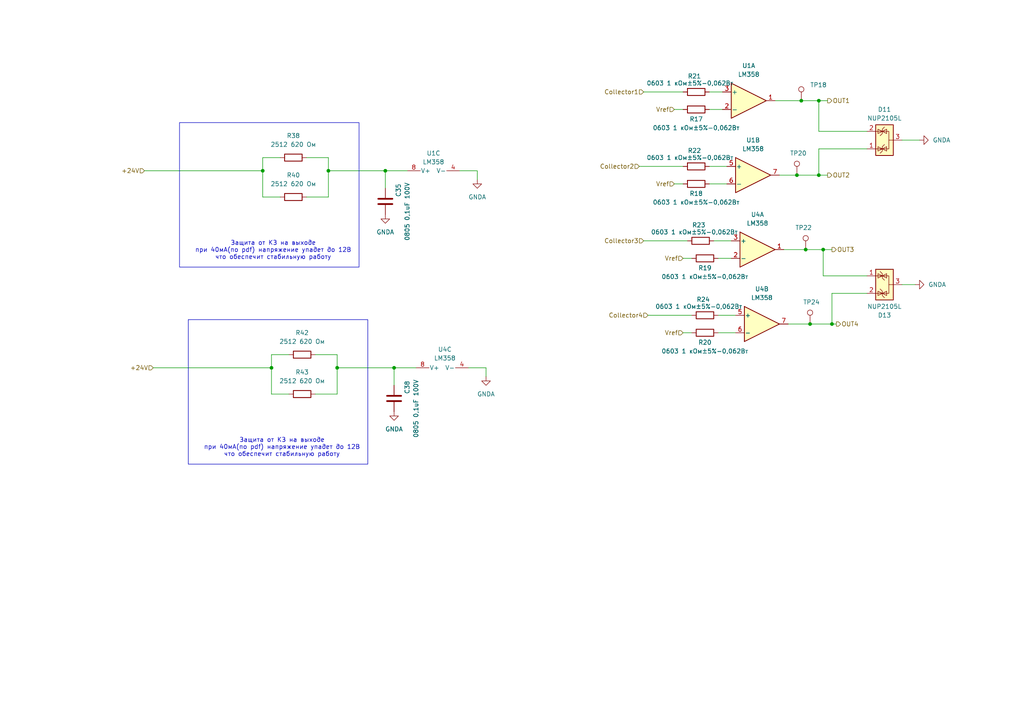
<source format=kicad_sch>
(kicad_sch (version 20231120) (generator "eeschema") (generator_version "8.0")
  (paper "A4")
  (lib_symbols
    (symbol "Amplifier_Operational:LM358" (pin_names (offset 0.127))
      (property "Reference" "U" (at 0 5.08 0))
      (property "Value" "LM358" (at 0 -5.08 0))
      (symbol "LM358_1_1"
        (polyline (pts (xy -5.08 5.08) (xy 5.08 0) (xy -5.08 -5.08) (xy -5.08 5.08)) (stroke (width 0.254)) (fill (type background)))
        (pin output line (at 7.62 0 180) (length 2.54) (name "~") (number "1"))
        (pin input line (at -7.62 -2.54 0) (length 2.54) (name "-") (number "2"))
        (pin input line (at -7.62 2.54 0) (length 2.54) (name "+") (number "3"))
      )
      (symbol "LM358_2_1"
        (polyline (pts (xy -5.08 5.08) (xy 5.08 0) (xy -5.08 -5.08) (xy -5.08 5.08)) (stroke (width 0.254)) (fill (type background)))
        (pin input line (at -7.62 2.54 0) (length 2.54) (name "+") (number "5"))
        (pin input line (at -7.62 -2.54 0) (length 2.54) (name "-") (number "6"))
        (pin output line (at 7.62 0 180) (length 2.54) (name "~") (number "7"))
      )
      (symbol "LM358_3_1"
        (pin power_in line (at -2.54 -7.62 90) (length 3.81) (name "V-") (number "4"))
        (pin power_in line (at -2.54 7.62 270) (length 3.81) (name "V+") (number "8"))
      )
    )
    (symbol "Connector:TestPoint" (pin_numbers hide) (pin_names (offset 0.762) hide)
      (property "Reference" "TP" (at 0 6.858 0))
      (property "Value" "TestPoint" (at 0 5.08 0))
      (symbol "TestPoint_0_1"
        (circle (center 0 3.302) (radius 0.762))
      )
      (symbol "TestPoint_1_1"
        (pin passive line (at 0 0 90) (length 2.54) (name "1") (number "1"))
      )
    )
    (symbol "Device:C" (pin_numbers hide) (pin_names (offset 0.254))
      (property "Reference" "C" (at 0.635 2.54 0))
      (property "Value" "C" (at 0.635 -2.54 0))
      (symbol "C_0_1"
        (polyline (pts (xy -2.032 -0.762) (xy 2.032 -0.762)) (stroke (width 0.508)))
        (polyline (pts (xy -2.032 0.762) (xy 2.032 0.762)) (stroke (width 0.508)))
      )
      (symbol "C_1_1"
        (pin passive line (at 0 3.81 270) (length 2.794) (name "~") (number "1"))
        (pin passive line (at 0 -3.81 90) (length 2.794) (name "~") (number "2"))
      )
    )
    (symbol "Device:R" (pin_numbers hide) (pin_names (offset 0))
      (property "Reference" "R" (at 2.032 0 90))
      (property "Value" "R" (at 0 0 90))
      (symbol "R_0_1"
        (rectangle (start -1.016 -2.54) (end 1.016 2.54) (stroke (width 0.254)))
      )
      (symbol "R_1_1"
        (pin passive line (at 0 3.81 270) (length 1.27) (name "~") (number "1"))
        (pin passive line (at 0 -3.81 90) (length 1.27) (name "~") (number "2"))
      )
    )
    (symbol "PCM_4ms_Power-symbol:GNDA" (power) (pin_numbers hide) (pin_names (offset 0) hide)
      (property "Value" "GNDA" (at 0 -3.81 0))
      (symbol "GNDA_0_1"
        (polyline (pts (xy 0 0) (xy 0 -1.27) (xy 1.27 -1.27) (xy 0 -2.54) (xy -1.27 -1.27) (xy 0 -1.27)))
      )
      (symbol "GNDA_1_1"
        (pin power_in line (at 0 0 270) (length 0) hide (name "GNDA") (number "1"))
      )
    )
    (symbol "Power_Protection:NUP2105L" (pin_names hide)
      (property "Reference" "D" (at 5.715 2.54 0))
      (property "Value" "NUP2105L" (at 5.715 0.635 0))
      (symbol "NUP2105L_0_0"
        (pin passive line (at 0 -5.08 90) (length 2.54) (name "A") (number "3"))
      )
      (symbol "NUP2105L_0_1"
        (rectangle (start -4.445 2.54) (end 4.445 -2.54) (stroke (width 0.254)) (fill (type background)))
        (polyline (pts (xy -2.54 2.54) (xy -2.54 0.635)))
        (polyline (pts (xy 0 -1.27) (xy 0 -2.54)))
        (polyline (pts (xy 2.54 2.54) (xy 2.54 0.635)))
        (polyline (pts (xy -3.81 1.27) (xy -3.175 0.635) (xy -1.905 0.635) (xy -1.27 0)))
        (polyline (pts (xy -2.54 0.635) (xy -2.54 -1.27) (xy 2.54 -1.27) (xy 2.54 0.635)))
        (polyline (pts (xy -2.54 0.635) (xy -1.905 -0.635) (xy -3.175 -0.635) (xy -2.54 0.635)))
        (polyline (pts (xy 2.54 0.635) (xy 1.905 -0.635) (xy 3.175 -0.635) (xy 2.54 0.635)))
        (polyline (pts (xy 2.54 0.635) (xy 3.175 1.905) (xy 1.905 1.905) (xy 2.54 0.635)))
        (polyline (pts (xy -2.54 0.635) (xy -3.175 1.905) (xy -1.905 1.905) (xy -2.54 0.635) (xy -2.54 1.27)))
        (polyline (pts (xy 1.27 1.27) (xy 1.905 0.635) (xy 2.54 0.635) (xy 3.175 0.635) (xy 3.81 0)))
      )
      (symbol "NUP2105L_1_1"
        (pin passive line (at -2.54 5.08 270) (length 2.54) (name "K") (number "1"))
        (pin passive line (at 2.54 5.08 270) (length 2.54) (name "K") (number "2"))
      )
    )
  )
  (junction (at 114.3 106.68))
  (junction (at 95.25 49.53))
  (junction (at 238.76 72.39))
  (junction (at 237.49 50.8))
  (junction (at 233.68 72.39))
  (junction (at 241.3 93.98))
  (junction (at 231.14 50.8))
  (junction (at 97.79 106.68))
  (junction (at 111.76 49.53))
  (junction (at 78.74 106.68))
  (junction (at 232.41 29.21))
  (junction (at 237.49 29.21))
  (junction (at 234.95 93.98))
  (junction (at 76.2 49.53))
  (wire (pts (xy 97.79 102.87) (xy 97.79 106.68)))
  (wire (pts (xy 186.69 26.67) (xy 198.12 26.67)))
  (wire (pts (xy 234.95 93.98) (xy 228.6 93.98)))
  (wire (pts (xy 78.74 106.68) (xy 78.74 114.3)))
  (wire (pts (xy 227.33 72.39) (xy 233.68 72.39)))
  (wire (pts (xy 238.76 80.01) (xy 238.76 72.39)))
  (wire (pts (xy 133.35 49.53) (xy 138.43 49.53)))
  (wire (pts (xy 83.82 102.87) (xy 78.74 102.87)))
  (wire (pts (xy 195.58 53.34) (xy 198.12 53.34)))
  (wire (pts (xy 232.41 29.21) (xy 237.49 29.21)))
  (wire (pts (xy 251.46 38.1) (xy 237.49 38.1)))
  (wire (pts (xy 231.14 50.8) (xy 237.49 50.8)))
  (wire (pts (xy 114.3 106.68) (xy 120.65 106.68)))
  (wire (pts (xy 237.49 50.8) (xy 240.03 50.8)))
  (wire (pts (xy 140.97 106.68) (xy 140.97 109.22)))
  (wire (pts (xy 208.28 96.52) (xy 213.36 96.52)))
  (wire (pts (xy 41.91 49.53) (xy 76.2 49.53)))
  (wire (pts (xy 88.9 45.72) (xy 95.25 45.72)))
  (wire (pts (xy 97.79 106.68) (xy 114.3 106.68)))
  (wire (pts (xy 205.74 48.26) (xy 210.82 48.26)))
  (wire (pts (xy 114.3 106.68) (xy 114.3 111.76)))
  (wire (pts (xy 233.68 72.39) (xy 238.76 72.39)))
  (wire (pts (xy 205.74 26.67) (xy 209.55 26.67)))
  (wire (pts (xy 76.2 49.53) (xy 76.2 57.15)))
  (wire (pts (xy 187.96 91.44) (xy 200.66 91.44)))
  (wire (pts (xy 76.2 45.72) (xy 76.2 49.53)))
  (wire (pts (xy 97.79 106.68) (xy 97.79 114.3)))
  (wire (pts (xy 111.76 49.53) (xy 118.11 49.53)))
  (wire (pts (xy 186.69 69.85) (xy 199.39 69.85)))
  (wire (pts (xy 251.46 43.18) (xy 237.49 43.18)))
  (wire (pts (xy 76.2 57.15) (xy 81.28 57.15)))
  (wire (pts (xy 91.44 114.3) (xy 97.79 114.3)))
  (wire (pts (xy 208.28 91.44) (xy 213.36 91.44)))
  (wire (pts (xy 241.3 93.98) (xy 242.57 93.98)))
  (wire (pts (xy 95.25 49.53) (xy 95.25 57.15)))
  (wire (pts (xy 237.49 43.18) (xy 237.49 50.8)))
  (wire (pts (xy 195.58 31.75) (xy 198.12 31.75)))
  (wire (pts (xy 237.49 38.1) (xy 237.49 29.21)))
  (wire (pts (xy 238.76 72.39) (xy 241.3 72.39)))
  (wire (pts (xy 185.42 48.26) (xy 198.12 48.26)))
  (wire (pts (xy 234.95 93.98) (xy 241.3 93.98)))
  (wire (pts (xy 111.76 49.53) (xy 111.76 54.61)))
  (wire (pts (xy 78.74 102.87) (xy 78.74 106.68)))
  (wire (pts (xy 205.74 31.75) (xy 209.55 31.75)))
  (wire (pts (xy 237.49 29.21) (xy 240.03 29.21)))
  (wire (pts (xy 266.7 40.64) (xy 261.62 40.64)))
  (wire (pts (xy 44.45 106.68) (xy 78.74 106.68)))
  (wire (pts (xy 241.3 85.09) (xy 241.3 93.98)))
  (wire (pts (xy 198.12 74.93) (xy 200.66 74.93)))
  (wire (pts (xy 198.12 96.52) (xy 200.66 96.52)))
  (wire (pts (xy 95.25 49.53) (xy 111.76 49.53)))
  (wire (pts (xy 205.74 53.34) (xy 210.82 53.34)))
  (wire (pts (xy 91.44 102.87) (xy 97.79 102.87)))
  (wire (pts (xy 138.43 49.53) (xy 138.43 52.07)))
  (wire (pts (xy 251.46 80.01) (xy 238.76 80.01)))
  (wire (pts (xy 251.46 85.09) (xy 241.3 85.09)))
  (wire (pts (xy 88.9 57.15) (xy 95.25 57.15)))
  (wire (pts (xy 261.62 82.55) (xy 265.43 82.55)))
  (wire (pts (xy 81.28 45.72) (xy 76.2 45.72)))
  (wire (pts (xy 207.01 69.85) (xy 212.09 69.85)))
  (wire (pts (xy 208.28 74.93) (xy 212.09 74.93)))
  (wire (pts (xy 135.89 106.68) (xy 140.97 106.68)))
  (wire (pts (xy 78.74 114.3) (xy 83.82 114.3)))
  (wire (pts (xy 226.06 50.8) (xy 231.14 50.8)))
  (wire (pts (xy 224.79 29.21) (xy 232.41 29.21)))
  (wire (pts (xy 95.25 45.72) (xy 95.25 49.53)))
  (rectangle (start 52.07 35.56) (end 104.14 77.47))
  (rectangle (start 54.61 92.71) (end 106.68 134.62))
  (text "Защита от КЗ на выходе\nпри 40мА(по pdf) напряжение упадет до 12В\nчто обеспечит стабильную работу" (at 81.788 129.794 0) (effects (font (size 1.27 1.27))))
  (text "Защита от КЗ на выходе\nпри 40мА(по pdf) напряжение упадет до 12В\nчто обеспечит стабильную работу" (at 79.248 72.644 0) (effects (font (size 1.27 1.27))))
  (hierarchical_label "Collector2" (shape input) (at 185.42 48.26 180))
  (hierarchical_label "+24V" (shape input) (at 41.91 49.53 180))
  (hierarchical_label "Collector4" (shape input) (at 187.96 91.44 180))
  (hierarchical_label "Vref" (shape input) (at 198.12 96.52 180))
  (hierarchical_label "Vref" (shape input) (at 195.58 31.75 180))
  (hierarchical_label "Vref" (shape input) (at 198.12 74.93 180))
  (hierarchical_label "+24V" (shape input) (at 44.45 106.68 180))
  (hierarchical_label "Vref" (shape input) (at 195.58 53.34 180))
  (hierarchical_label "OUT2" (shape output) (at 240.03 50.8 0))
  (hierarchical_label "Collector1" (shape input) (at 186.69 26.67 180))
  (hierarchical_label "OUT1" (shape output) (at 240.03 29.21 0))
  (hierarchical_label "OUT3" (shape output) (at 241.3 72.39 0))
  (hierarchical_label "Collector3" (shape input) (at 186.69 69.85 180))
  (hierarchical_label "OUT4" (shape output) (at 242.57 93.98 0))
  (symbol (lib_id "PCM_4ms_Power-symbol:GNDA") (at 266.7 40.64 90) (unit 1)
    (property "Reference" "#PWR046" (effects (hide yes)))
    (property "Value" "GNDA" (at 270.51 40.6399 90) (effects (justify right)))
    (instances (project "led_and_photodiode_board" (path "" (reference "#PWR046") (unit 1)) (path "" (reference "#PWR047") (unit 1))))
  )
  (symbol (lib_id "Amplifier_Operational:LM358") (at 220.98 93.98 0) (unit 2)
    (property "Reference" "U4" (at 220.98 83.82 0))
    (property "Value" "LM358" (at 220.98 86.36 0))
    (property "Footprint" "Package_SO:SOIC-8_3.9x4.9mm_P1.27mm" (effects (hide yes)))
    (property "Datasheet" "http://www.ti.com/lit/ds/symlink/lm2904-n.pdf" (effects (hide yes)))
    (property "Description" "Low-Power, Dual Operational Amplifiers, DIP-8/SOIC-8/TO-99-8" (effects (hide yes)))
    (instances (project "" (path "" (reference "U4") (unit 2)) (path "" (reference "U5") (unit 2))))
  )
  (symbol (lib_id "Device:R") (at 201.93 26.67 90) (unit 1)
    (property "Reference" "R21" (at 201.422 22.098 90))
    (property "Value" "0603 1 кОм±5%-0,062Вт" (at 200.152 24.13 90))
    (property "Footprint" "Resistor_SMD:R_0603_1608Metric" (effects (hide yes)))
    (property "Description" "Resistor" (effects (hide yes)))
    (instances (project "led_and_photodiode_board" (path "" (reference "R21") (unit 1)) (path "" (reference "R25") (unit 1))))
  )
  (symbol (lib_id "Device:C") (at 114.3 115.57 0) (unit 1)
    (property "Reference" "C38" (at 118.11 114.3 90) (effects (justify left)))
    (property "Value" "0805 0,1uF 100V" (at 120.65 127 90) (effects (justify left)))
    (property "Footprint" "Capacitor_SMD:C_0805_2012Metric" (effects (hide yes)))
    (instances (project "led_and_photodiode_board" (path "" (reference "C38") (unit 1)) (path "" (reference "C39") (unit 1))))
  )
  (symbol (lib_id "Device:R") (at 87.63 102.87 90) (unit 1)
    (property "Reference" "R42" (at 87.63 96.52 90))
    (property "Value" "2512 620 Ом" (at 87.63 99.06 90))
    (property "Footprint" "Resistor_SMD:R_2512_6332Metric" (effects (hide yes)))
    (property "Description" "Resistor" (effects (hide yes)))
    (instances (project "led_and_photodiode_board" (path "" (reference "R42") (unit 1)) (path "" (reference "R44") (unit 1))))
  )
  (symbol (lib_id "Device:R") (at 204.47 91.44 90) (unit 1)
    (property "Reference" "R24" (at 203.962 86.868 90))
    (property "Value" "0603 1 кОм±5%-0,062Вт" (at 202.692 88.9 90))
    (property "Footprint" "Resistor_SMD:R_0603_1608Metric" (effects (hide yes)))
    (property "Description" "Resistor" (effects (hide yes)))
    (instances (project "led_and_photodiode_board" (path "" (reference "R24") (unit 1)) (path "" (reference "R31") (unit 1))))
  )
  (symbol (lib_id "PCM_4ms_Power-symbol:GNDA") (at 265.43 82.55 90) (unit 1)
    (property "Reference" "#PWR044" (effects (hide yes)))
    (property "Value" "GNDA" (at 269.24 82.5499 90) (effects (justify right)))
    (instances (project "led_and_photodiode_board" (path "" (reference "#PWR044") (unit 1)) (path "" (reference "#PWR045") (unit 1))))
  )
  (symbol (lib_id "Device:R") (at 87.63 114.3 90) (unit 1)
    (property "Reference" "R43" (at 87.63 107.95 90))
    (property "Value" "2512 620 Ом" (at 87.63 110.49 90))
    (property "Footprint" "Resistor_SMD:R_2512_6332Metric" (effects (hide yes)))
    (property "Description" "Resistor" (effects (hide yes)))
    (instances (project "led_and_photodiode_board" (path "" (reference "R43") (unit 1)) (path "" (reference "R45") (unit 1))))
  )
  (symbol (lib_id "Device:R") (at 85.09 45.72 90) (unit 1)
    (property "Reference" "R38" (at 85.09 39.37 90))
    (property "Value" "2512 620 Ом" (at 85.09 41.91 90))
    (property "Footprint" "Resistor_SMD:R_2512_6332Metric" (effects (hide yes)))
    (property "Description" "Resistor" (effects (hide yes)))
    (instances (project "" (path "" (reference "R38") (unit 1)) (path "" (reference "R39") (unit 1))))
  )
  (symbol (lib_id "Device:R") (at 201.93 31.75 90) (unit 1)
    (property "Reference" "R17" (at 201.93 34.544 90))
    (property "Value" "0603 1 кОм±5%-0,062Вт" (at 201.93 37.084 90))
    (property "Footprint" "Resistor_SMD:R_0603_1608Metric" (effects (hide yes)))
    (property "Description" "Resistor" (effects (hide yes)))
    (instances (project "led_and_photodiode_board" (path "" (reference "R17") (unit 1)) (path "" (reference "R26") (unit 1))))
  )
  (symbol (lib_id "Device:R") (at 85.09 57.15 90) (unit 1)
    (property "Reference" "R40" (at 85.09 50.8 90))
    (property "Value" "2512 620 Ом" (at 85.09 53.34 90))
    (property "Footprint" "Resistor_SMD:R_2512_6332Metric" (effects (hide yes)))
    (property "Description" "Resistor" (effects (hide yes)))
    (instances (project "led_and_photodiode_board" (path "" (reference "R40") (unit 1)) (path "" (reference "R41") (unit 1))))
  )
  (symbol (lib_id "Amplifier_Operational:LM358") (at 217.17 29.21 0) (unit 1)
    (property "Reference" "U1" (at 217.17 19.05 0))
    (property "Value" "LM358" (at 217.17 21.59 0))
    (property "Footprint" "Package_SO:SOIC-8_3.9x4.9mm_P1.27mm" (effects (hide yes)))
    (property "Datasheet" "http://www.ti.com/lit/ds/symlink/lm2904-n.pdf" (effects (hide yes)))
    (property "Description" "Low-Power, Dual Operational Amplifiers, DIP-8/SOIC-8/TO-99-8" (effects (hide yes)))
    (instances (project "" (path "" (reference "U1") (unit 1)) (path "" (reference "U2") (unit 1))))
  )
  (symbol (lib_id "Device:R") (at 204.47 96.52 90) (unit 1)
    (property "Reference" "R20" (at 204.47 99.314 90))
    (property "Value" "0603 1 кОм±5%-0,062Вт" (at 204.47 101.854 90))
    (property "Footprint" "Resistor_SMD:R_0603_1608Metric" (effects (hide yes)))
    (property "Description" "Resistor" (effects (hide yes)))
    (instances (project "led_and_photodiode_board" (path "" (reference "R20") (unit 1)) (path "" (reference "R32") (unit 1))))
  )
  (symbol (lib_id "Amplifier_Operational:LM358") (at 218.44 50.8 0) (unit 2)
    (property "Reference" "U1" (at 218.44 40.64 0))
    (property "Value" "LM358" (at 218.44 43.18 0))
    (property "Footprint" "Package_SO:SOIC-8_3.9x4.9mm_P1.27mm" (effects (hide yes)))
    (property "Datasheet" "http://www.ti.com/lit/ds/symlink/lm2904-n.pdf" (effects (hide yes)))
    (property "Description" "Low-Power, Dual Operational Amplifiers, DIP-8/SOIC-8/TO-99-8" (effects (hide yes)))
    (instances (project "" (path "" (reference "U1") (unit 2)) (path "" (reference "U2") (unit 2))))
  )
  (symbol (lib_id "PCM_4ms_Power-symbol:GNDA") (at 138.43 52.07 0) (unit 1)
    (property "Reference" "#PWR019" (effects (hide yes)))
    (property "Value" "GNDA" (at 138.43 57.15 0))
    (instances (project "led_and_photodiode_board" (path "" (reference "#PWR019") (unit 1)) (path "" (reference "#PWR03") (unit 1))))
  )
  (symbol (lib_id "Device:R") (at 204.47 74.93 90) (unit 1)
    (property "Reference" "R19" (at 204.47 77.724 90))
    (property "Value" "0603 1 кОм±5%-0,062Вт" (at 204.47 80.264 90))
    (property "Footprint" "Resistor_SMD:R_0603_1608Metric" (effects (hide yes)))
    (property "Description" "Resistor" (effects (hide yes)))
    (instances (project "led_and_photodiode_board" (path "" (reference "R19") (unit 1)) (path "" (reference "R30") (unit 1))))
  )
  (symbol (lib_id "Device:C") (at 111.76 58.42 0) (unit 1)
    (property "Reference" "C35" (at 115.57 57.15 90) (effects (justify left)))
    (property "Value" "0805 0,1uF 100V" (at 118.11 69.85 90) (effects (justify left)))
    (property "Footprint" "Capacitor_SMD:C_0805_2012Metric" (effects (hide yes)))
    (instances (project "led_and_photodiode_board" (path "" (reference "C35") (unit 1)) (path "" (reference "C1") (unit 1))))
  )
  (symbol (lib_id "Device:R") (at 201.93 48.26 90) (unit 1)
    (property "Reference" "R22" (at 201.422 43.688 90))
    (property "Value" "0603 1 кОм±5%-0,062Вт" (at 200.152 45.72 90))
    (property "Footprint" "Resistor_SMD:R_0603_1608Metric" (effects (hide yes)))
    (property "Description" "Resistor" (effects (hide yes)))
    (instances (project "led_and_photodiode_board" (path "" (reference "R22") (unit 1)) (path "" (reference "R27") (unit 1))))
  )
  (symbol (lib_id "Amplifier_Operational:LM358") (at 128.27 104.14 90) (unit 3)
    (property "Reference" "U4" (at 129.032 101.346 90))
    (property "Value" "LM358" (at 129.032 103.886 90))
    (property "Footprint" "Package_SO:SOIC-8_3.9x4.9mm_P1.27mm" (effects (hide yes)))
    (property "Datasheet" "http://www.ti.com/lit/ds/symlink/lm2904-n.pdf" (effects (hide yes)))
    (property "Description" "Low-Power, Dual Operational Amplifiers, DIP-8/SOIC-8/TO-99-8" (effects (hide yes)))
    (instances (project "" (path "" (reference "U4") (unit 3)) (path "" (reference "U5") (unit 3))))
  )
  (symbol (lib_id "Device:R") (at 203.2 69.85 90) (unit 1)
    (property "Reference" "R23" (at 202.692 65.278 90))
    (property "Value" "0603 1 кОм±5%-0,062Вт" (at 201.422 67.31 90))
    (property "Footprint" "Resistor_SMD:R_0603_1608Metric" (effects (hide yes)))
    (property "Description" "Resistor" (effects (hide yes)))
    (instances (project "led_and_photodiode_board" (path "" (reference "R23") (unit 1)) (path "" (reference "R29") (unit 1))))
  )
  (symbol (lib_id "Connector:TestPoint") (at 232.41 29.21 0) (unit 1) (in_bom no)
    (property "Reference" "TP18" (at 234.95 24.6379 0) (effects (justify left)))
    (property "Value" "TestPoint" (effects (hide yes)))
    (property "Footprint" "TestPoint:TestPoint_Pad_D1.0mm" (effects (hide yes)))
    (property "Description" "test point" (effects (hide yes)))
    (instances (project "led_and_photodiode_board" (path "" (reference "TP18") (unit 1)) (path "" (reference "TP19") (unit 1))))
  )
  (symbol (lib_id "PCM_4ms_Power-symbol:GNDA") (at 140.97 109.22 0) (unit 1)
    (property "Reference" "#PWR048" (effects (hide yes)))
    (property "Value" "GNDA" (at 140.97 114.3 0))
    (instances (project "led_and_photodiode_board" (path "" (reference "#PWR048") (unit 1)) (path "" (reference "#PWR050") (unit 1))))
  )
  (symbol (lib_id "Device:R") (at 201.93 53.34 90) (unit 1)
    (property "Reference" "R18" (at 201.93 56.134 90))
    (property "Value" "0603 1 кОм±5%-0,062Вт" (at 201.93 58.674 90))
    (property "Footprint" "Resistor_SMD:R_0603_1608Metric" (effects (hide yes)))
    (property "Description" "Resistor" (effects (hide yes)))
    (instances (project "led_and_photodiode_board" (path "" (reference "R18") (unit 1)) (path "" (reference "R28") (unit 1))))
  )
  (symbol (lib_id "Power_Protection:NUP2105L") (at 256.54 40.64 90) (unit 1)
    (property "Reference" "D11" (at 256.54 31.75 90))
    (property "Value" "NUP2105L" (at 256.54 34.29 90))
    (property "Footprint" "Package_TO_SOT_SMD:SOT-23" (effects (hide yes)))
    (property "Datasheet" "https://www.onsemi.com/pub_link/Collateral/NUP2105L-D.PDF" (effects (hide yes)))
    (property "Description" "Dual Line CAN Bus Protector, 24Vrwm" (effects (hide yes)))
    (instances (project "" (path "" (reference "D11") (unit 1)) (path "" (reference "D12") (unit 1))))
  )
  (symbol (lib_id "Amplifier_Operational:LM358") (at 125.73 46.99 90) (unit 3)
    (property "Reference" "U1" (at 125.73 44.45 90))
    (property "Value" "LM358" (at 125.73 46.99 90))
    (property "Footprint" "Package_SO:SOIC-8_3.9x4.9mm_P1.27mm" (effects (hide yes)))
    (property "Datasheet" "http://www.ti.com/lit/ds/symlink/lm2904-n.pdf" (effects (hide yes)))
    (property "Description" "Low-Power, Dual Operational Amplifiers, DIP-8/SOIC-8/TO-99-8" (effects (hide yes)))
    (instances (project "" (path "" (reference "U1") (unit 3)) (path "" (reference "U2") (unit 3))))
  )
  (symbol (lib_id "PCM_4ms_Power-symbol:GNDA") (at 114.3 119.38 0) (unit 1)
    (property "Reference" "#PWR049" (effects (hide yes)))
    (property "Value" "GNDA" (at 114.3 124.46 0))
    (instances (project "led_and_photodiode_board" (path "" (reference "#PWR049") (unit 1)) (path "" (reference "#PWR051") (unit 1))))
  )
  (symbol (lib_id "Connector:TestPoint") (at 233.68 72.39 0) (unit 1) (in_bom no)
    (property "Reference" "TP22" (at 230.632 66.04 0) (effects (justify left)))
    (property "Value" "TestPoint" (effects (hide yes)))
    (property "Footprint" "TestPoint:TestPoint_Pad_D1.0mm" (effects (hide yes)))
    (property "Description" "test point" (effects (hide yes)))
    (instances (project "led_and_photodiode_board" (path "" (reference "TP22") (unit 1)) (path "" (reference "TP23") (unit 1))))
  )
  (symbol (lib_id "Connector:TestPoint") (at 231.14 50.8 0) (unit 1) (in_bom no)
    (property "Reference" "TP20" (at 229.108 44.45 0) (effects (justify left)))
    (property "Value" "TestPoint" (effects (hide yes)))
    (property "Footprint" "TestPoint:TestPoint_Pad_D1.0mm" (effects (hide yes)))
    (property "Description" "test point" (effects (hide yes)))
    (instances (project "led_and_photodiode_board" (path "" (reference "TP20") (unit 1)) (path "" (reference "TP21") (unit 1))))
  )
  (symbol (lib_id "Connector:TestPoint") (at 234.95 93.98 0) (unit 1) (in_bom no)
    (property "Reference" "TP24" (at 232.918 87.63 0) (effects (justify left)))
    (property "Value" "TestPoint" (effects (hide yes)))
    (property "Footprint" "TestPoint:TestPoint_Pad_D1.0mm" (effects (hide yes)))
    (property "Description" "test point" (effects (hide yes)))
    (instances (project "led_and_photodiode_board" (path "" (reference "TP24") (unit 1)) (path "" (reference "TP25") (unit 1))))
  )
  (symbol (lib_id "Power_Protection:NUP2105L") (at 256.54 82.55 90) (mirror x) (unit 1)
    (property "Reference" "D13" (at 256.54 91.44 90))
    (property "Value" "NUP2105L" (at 256.54 88.9 90))
    (property "Footprint" "Package_TO_SOT_SMD:SOT-23" (effects (hide yes)))
    (property "Datasheet" "https://www.onsemi.com/pub_link/Collateral/NUP2105L-D.PDF" (effects (hide yes)))
    (property "Description" "Dual Line CAN Bus Protector, 24Vrwm" (effects (hide yes)))
    (instances (project "led_and_photodiode_board" (path "" (reference "D13") (unit 1)) (path "" (reference "D14") (unit 1))))
  )
  (symbol (lib_id "PCM_4ms_Power-symbol:GNDA") (at 111.76 62.23 0) (unit 1)
    (property "Reference" "#PWR039" (effects (hide yes)))
    (property "Value" "GNDA" (at 111.76 67.31 0))
    (instances (project "led_and_photodiode_board" (path "" (reference "#PWR039") (unit 1)) (path "" (reference "#PWR05") (unit 1))))
  )
  (symbol (lib_id "Amplifier_Operational:LM358") (at 219.71 72.39 0) (unit 1)
    (property "Reference" "U4" (at 219.71 62.23 0))
    (property "Value" "LM358" (at 219.71 64.77 0))
    (property "Footprint" "Package_SO:SOIC-8_3.9x4.9mm_P1.27mm" (effects (hide yes)))
    (property "Datasheet" "http://www.ti.com/lit/ds/symlink/lm2904-n.pdf" (effects (hide yes)))
    (property "Description" "Low-Power, Dual Operational Amplifiers, DIP-8/SOIC-8/TO-99-8" (effects (hide yes)))
    (instances (project "" (path "" (reference "U4") (unit 1)) (path "" (reference "U5") (unit 1))))
  )
)
</source>
